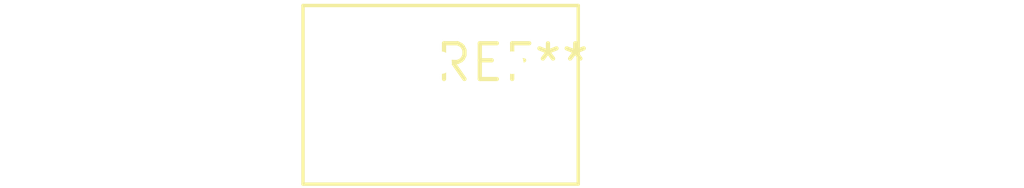
<source format=kicad_pcb>
(kicad_pcb (version 20240108) (generator pcbnew)
  (layers (0 "F.Cu" signal) (31 "B.Cu" signal) (34 "B.Paste" user) (35 "F.Paste" user) (36 "B.SilkS" user "B.Silkscreen") (37 "F.SilkS" user "F.Silkscreen") (38 "B.Mask" user) (39 "F.Mask" user) (44 "Edge.Cuts" user))
  (net 0 "")
  (footprint "Potentiometer_Bourns_3299W_Vertical" (layer "F.Cu") (at 0 0)
    (property "Reference" "REF**")
    (property "Value" "Potentiometer_Bourns_3299W_Vertical")
    (fp_line (start -7.425 -2.03) (end -7.425 4.31) (layer "F.SilkS") (stroke (width 0.12)))
    (fp_line (start -7.425 -2.03) (end 2.345 -2.03) (layer "F.SilkS") (stroke (width 0.12)))
    (fp_line (start -7.425 4.31) (end 2.345 4.31) (layer "F.SilkS") (stroke (width 0.12)))
    (fp_line (start 2.345 -2.03) (end 2.345 4.31) (layer "F.SilkS") (stroke (width 0.12)))
    (pad "1" thru_hole circle (at 0 0) (size 1.44 1.44) (drill 0.8) (layers *.Cu *.Mask) (remove_unused_layers))
    (pad "2" thru_hole circle (at -2.54 0) (size 1.44 1.44) (drill 0.8) (layers *.Cu *.Mask) (remove_unused_layers))
    (pad "3" thru_hole circle (at -5.08 0) (size 1.44 1.44) (drill 0.8) (layers *.Cu *.Mask) (remove_unused_layers))
  )
)
</source>
